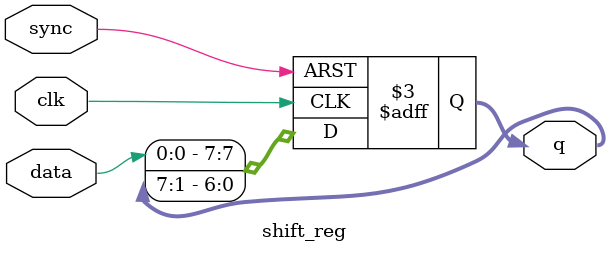
<source format=v>
module cagen (
    input clk,
    input en,
    input rst,
    input [3:0] t0,
    input [3:0] t1,
    output [9:0] q,
    output code
    );
    
    reg stanje = 0;
    wire data1, data2;
    wire [9:0] q_G1;
    wire [9:0] q_G2;
    reg [4:0] stevec = 5'b11111;

    shift_reg #(.bit_count(10),.init_val(10'b1111111111)) G1(.sync(rst), .clk(stevec[4]), .data(data1), .q(q_G1));
    shift_reg #(.bit_count(10),.init_val(10'b1111111111)) G2(.sync(rst), .clk(stevec[4]), .data(data2), .q(q_G2));

    always @(posedge clk)
    begin
        stevec <= stevec + 1'b1;
    end

    assign data1 = q_G1[2]^q_G1[9];
    assign data2 = ((q_G2[9]^q_G2[8])^(q_G2[5]^q_G2[7]))^(q_G2[1]^q_G2[2]); 

    assign code = en & ((q_G2[t0]^q_G2[t1])^q_G1[9]);
    assign q = en ? q_G1 : 0;
endmodule

module shift_reg #(parameter bit_count = 8, init_val = 8'b11111111)(
    input sync, 
    input clk, 
    input data,
    output reg [bit_count-1:0] q
    );

    // Še ne deluje
    /*initial begin
        q = init_val;
    end*/
    
    always @(posedge clk, posedge sync)
    begin
        if(sync == 1) begin
            q <= init_val;
        end
        else begin
            q <= {data, q[bit_count - 1:1]};
        end
    end  
endmodule

</source>
